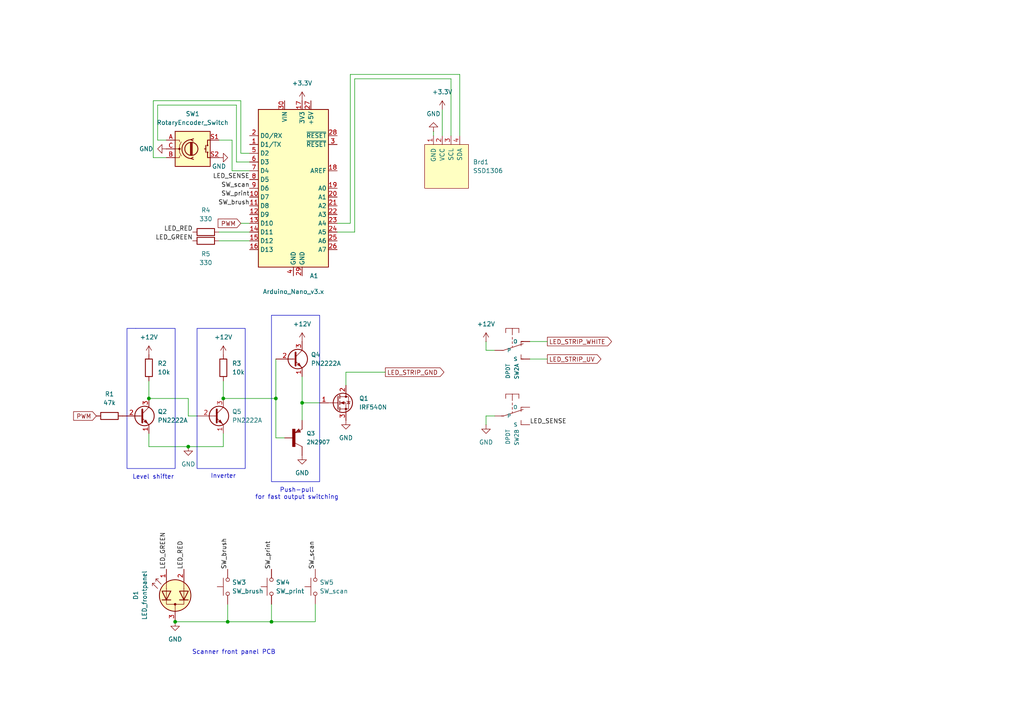
<source format=kicad_sch>
(kicad_sch (version 20231120) (generator "eeschema") (generator_version "8.0")
  (paper "A4")
  (title_block (title "Light box"))
  (lib_symbols
    (symbol "AdaFruit:2N2907" (pin_numbers hide) (pin_names (offset 1.016) hide)
      (property "Reference" "Q" (at -10.16 7.62 0))
      (property "Value" "2N2907" (at -10.16 5.08 0))
      (symbol "2N2907_1_0"
        (polyline (pts (xy 0.508 1.4732) (xy 2.0828 1.6764)))
        (polyline (pts (xy 0.762 1.651) (xy 1.778 1.778)))
        (polyline (pts (xy 1.143 1.905) (xy 1.524 1.905)))
        (polyline (pts (xy 1.524 2.159) (xy 1.143 1.905)))
        (polyline (pts (xy 1.524 2.413) (xy 0.762 1.651)))
        (polyline (pts (xy 1.5748 2.5908) (xy 0.508 1.4732)))
        (polyline (pts (xy 1.778 1.778) (xy 1.524 2.159)))
        (polyline (pts (xy 1.905 1.778) (xy 1.524 2.413)))
        (polyline (pts (xy 2.0828 1.6764) (xy 1.5748 2.5908)))
        (polyline (pts (xy 2.54 -2.54) (xy 0.508 -1.524)))
        (polyline (pts (xy 2.54 2.54) (xy 1.8034 2.1082)))
      )
      (symbol "2N2907_1_1"
        (rectangle (start -0.254 -2.54) (end 0.508 2.54) (fill (type outline)))
        (pin passive line (at -2.54 0 0) (length 2.54) (name "B") (number "B"))
        (pin passive line (at 2.54 -5.08 90) (length 2.54) (name "C") (number "C"))
        (pin passive line (at 2.54 5.08 270) (length 2.54) (name "E") (number "E"))
      )
    )
    (symbol "AdaFruit:DPDT" (pin_numbers hide) (pin_names (offset 1.016))
      (property "Reference" "SW" (at -9.144 -1.905 90))
      (property "Value" "DPDT" (at -6.604 2.54 90))
      (symbol "DPDT_1_0"
        (polyline (pts (xy -6.35 -1.905) (xy -5.08 -1.905)))
        (polyline (pts (xy -6.35 0) (xy -6.35 -1.905)))
        (polyline (pts (xy -6.35 0) (xy -4.445 0)))
        (polyline (pts (xy -6.35 1.905) (xy -6.35 0)))
        (polyline (pts (xy -6.35 1.905) (xy -5.08 1.905)))
        (polyline (pts (xy -3.175 0) (xy -3.81 0)))
        (polyline (pts (xy -2.54 2.54) (xy -2.54 3.175)))
        (polyline (pts (xy -2.54 2.54) (xy -1.27 2.54)))
        (polyline (pts (xy -1.905 0) (xy -2.54 0)))
        (polyline (pts (xy -0.889 0) (xy -1.27 0)))
        (polyline (pts (xy 0 -3.175) (xy 0 -2.54)))
        (polyline (pts (xy 0 -2.54) (xy -1.905 3.175)))
        (polyline (pts (xy 1.27 2.54) (xy 2.54 2.54)))
        (polyline (pts (xy 2.54 2.54) (xy 2.54 3.175)))
      )
      (symbol "DPDT_1_1"
        (pin passive line (at -2.54 5.08 270) (length 2.54) (name "O") (number "O1"))
        (pin passive line (at 0 -5.08 90) (length 2.54) (name "P") (number "P1"))
        (pin passive line (at 2.54 5.08 270) (length 2.54) (name "S") (number "S1"))
      )
      (symbol "DPDT_2_0"
        (polyline (pts (xy -6.35 -1.905) (xy -5.08 -1.905)))
        (polyline (pts (xy -6.35 0) (xy -6.35 -1.905)))
        (polyline (pts (xy -6.35 0) (xy -4.445 0)))
        (polyline (pts (xy -6.35 1.905) (xy -6.35 0)))
        (polyline (pts (xy -6.35 1.905) (xy -5.08 1.905)))
        (polyline (pts (xy -3.175 0) (xy -3.81 0)))
        (polyline (pts (xy -2.54 2.54) (xy -2.54 3.175)))
        (polyline (pts (xy -2.54 2.54) (xy -1.27 2.54)))
        (polyline (pts (xy -1.905 0) (xy -2.54 0)))
        (polyline (pts (xy -0.889 0) (xy -1.27 0)))
        (polyline (pts (xy 0 -3.175) (xy 0 -2.54)))
        (polyline (pts (xy 0 -2.54) (xy -1.905 3.175)))
        (polyline (pts (xy 1.27 2.54) (xy 2.54 2.54)))
        (polyline (pts (xy 2.54 2.54) (xy 2.54 3.175)))
      )
      (symbol "DPDT_2_1"
        (pin passive line (at -2.54 5.08 270) (length 2.54) (name "O") (number "O2"))
        (pin passive line (at 0 -5.08 90) (length 2.54) (name "P") (number "P2"))
        (pin passive line (at 2.54 5.08 270) (length 2.54) (name "S") (number "S2"))
      )
    )
    (symbol "Device:LED_Dual_AAK" (pin_names (offset 0) hide)
      (property "Reference" "D" (at 0 5.715 0))
      (property "Value" "LED_Dual_AAK" (at 0 -6.35 0))
      (symbol "LED_Dual_AAK_0_1"
        (circle (center -2.54 0) (radius 0.2794) (fill (type outline)))
        (polyline (pts (xy -4.572 0) (xy -2.54 0)))
        (polyline (pts (xy -1.27 -1.27) (xy -1.27 -3.81)) (stroke (width 0.254)))
        (polyline (pts (xy -1.27 1.27) (xy -1.27 3.81)) (stroke (width 0.254)))
        (polyline (pts (xy 3.81 -2.54) (xy 1.905 -2.54)))
        (polyline (pts (xy 3.81 2.54) (xy 1.905 2.54)))
        (polyline (pts (xy 1.27 -3.81) (xy 1.27 -1.27) (xy -1.27 -2.54) (xy 1.27 -3.81)) (stroke (width 0.254)))
        (polyline (pts (xy 1.27 1.27) (xy 1.27 3.81) (xy -1.27 2.54) (xy 1.27 1.27)) (stroke (width 0.254)))
        (polyline (pts (xy 2.032 2.54) (xy -2.54 2.54) (xy -2.54 -2.54) (xy 2.032 -2.54)))
        (polyline (pts (xy 2.032 5.08) (xy 3.556 6.604) (xy 2.794 6.604) (xy 3.556 6.604) (xy 3.556 5.842)))
        (polyline (pts (xy 3.302 4.064) (xy 4.826 5.588) (xy 4.064 5.588) (xy 4.826 5.588) (xy 4.826 4.826)))
        (circle (center 0 0) (radius 4.572) (stroke (width 0.254)) (fill (type background)))
      )
      (symbol "LED_Dual_AAK_1_1"
        (pin input line (at 7.62 2.54 180) (length 3.81) (name "A1") (number "1"))
        (pin input line (at 7.62 -2.54 180) (length 3.81) (name "A2") (number "2"))
        (pin input line (at -7.62 0 0) (length 3.048) (name "K") (number "3"))
      )
    )
    (symbol "Device:R" (pin_numbers hide) (pin_names (offset 0))
      (property "Reference" "R" (at 2.032 0 90))
      (property "Value" "R" (at 0 0 90))
      (symbol "R_0_1"
        (rectangle (start -1.016 -2.54) (end 1.016 2.54) (stroke (width 0.254)))
      )
      (symbol "R_1_1"
        (pin passive line (at 0 3.81 270) (length 1.27) (name "~") (number "1"))
        (pin passive line (at 0 -3.81 90) (length 1.27) (name "~") (number "2"))
      )
    )
    (symbol "Device:RotaryEncoder_Switch" (pin_names (offset 0.254) hide)
      (property "Reference" "SW" (at 0 6.604 0))
      (property "Value" "RotaryEncoder_Switch" (at 0 -6.604 0))
      (symbol "RotaryEncoder_Switch_0_1"
        (rectangle (start -5.08 5.08) (end 5.08 -5.08) (stroke (width 0.254)) (fill (type background)))
        (circle (center -3.81 0) (radius 0.254) (fill (type outline)))
        (circle (center -0.381 0) (radius 1.905) (stroke (width 0.254)))
        (arc (start -0.381 2.667) (mid -3.0988 -0.0635) (end -0.381 -2.794) (stroke (width 0.254)))
        (polyline (pts (xy -0.635 -1.778) (xy -0.635 1.778)) (stroke (width 0.254)))
        (polyline (pts (xy -0.381 -1.778) (xy -0.381 1.778)) (stroke (width 0.254)))
        (polyline (pts (xy -0.127 1.778) (xy -0.127 -1.778)) (stroke (width 0.254)))
        (polyline (pts (xy 3.81 0) (xy 3.429 0)) (stroke (width 0.254)))
        (polyline (pts (xy 3.81 1.016) (xy 3.81 -1.016)) (stroke (width 0.254)))
        (polyline (pts (xy -5.08 -2.54) (xy -3.81 -2.54) (xy -3.81 -2.032)))
        (polyline (pts (xy -5.08 2.54) (xy -3.81 2.54) (xy -3.81 2.032)))
        (polyline (pts (xy 0.254 -3.048) (xy -0.508 -2.794) (xy 0.127 -2.413)) (stroke (width 0.254)))
        (polyline (pts (xy 0.254 2.921) (xy -0.508 2.667) (xy 0.127 2.286)) (stroke (width 0.254)))
        (polyline (pts (xy 5.08 -2.54) (xy 4.318 -2.54) (xy 4.318 -1.016)) (stroke (width 0.254)))
        (polyline (pts (xy 5.08 2.54) (xy 4.318 2.54) (xy 4.318 1.016)) (stroke (width 0.254)))
        (polyline (pts (xy -5.08 0) (xy -3.81 0) (xy -3.81 -1.016) (xy -3.302 -2.032)))
        (polyline (pts (xy -4.318 0) (xy -3.81 0) (xy -3.81 1.016) (xy -3.302 2.032)))
        (circle (center 4.318 -1.016) (radius 0.127) (stroke (width 0.254)))
        (circle (center 4.318 1.016) (radius 0.127) (stroke (width 0.254)))
      )
      (symbol "RotaryEncoder_Switch_1_1"
        (pin passive line (at -7.62 2.54 0) (length 2.54) (name "A") (number "A"))
        (pin passive line (at -7.62 -2.54 0) (length 2.54) (name "B") (number "B"))
        (pin passive line (at -7.62 0 0) (length 2.54) (name "C") (number "C"))
        (pin passive line (at 7.62 2.54 180) (length 2.54) (name "S1") (number "S1"))
        (pin passive line (at 7.62 -2.54 180) (length 2.54) (name "S2") (number "S2"))
      )
    )
    (symbol "MCU_Module:Arduino_Nano_v3.x"
      (property "Reference" "A" (at -10.16 23.495 0))
      (property "Value" "Arduino_Nano_v3.x" (at 5.08 -24.13 0))
      (symbol "Arduino_Nano_v3.x_0_1"
        (rectangle (start -10.16 22.86) (end 10.16 -22.86) (stroke (width 0.254)) (fill (type background)))
      )
      (symbol "Arduino_Nano_v3.x_1_1"
        (pin bidirectional line (at -12.7 12.7 0) (length 2.54) (name "D1/TX") (number "1"))
        (pin bidirectional line (at -12.7 -2.54 0) (length 2.54) (name "D7") (number "10"))
        (pin bidirectional line (at -12.7 -5.08 0) (length 2.54) (name "D8") (number "11"))
        (pin bidirectional line (at -12.7 -7.62 0) (length 2.54) (name "D9") (number "12"))
        (pin bidirectional line (at -12.7 -10.16 0) (length 2.54) (name "D10") (number "13"))
        (pin bidirectional line (at -12.7 -12.7 0) (length 2.54) (name "D11") (number "14"))
        (pin bidirectional line (at -12.7 -15.24 0) (length 2.54) (name "D12") (number "15"))
        (pin bidirectional line (at -12.7 -17.78 0) (length 2.54) (name "D13") (number "16"))
        (pin power_out line (at 2.54 25.4 270) (length 2.54) (name "3V3") (number "17"))
        (pin input line (at 12.7 5.08 180) (length 2.54) (name "AREF") (number "18"))
        (pin bidirectional line (at 12.7 0 180) (length 2.54) (name "A0") (number "19"))
        (pin bidirectional line (at -12.7 15.24 0) (length 2.54) (name "D0/RX") (number "2"))
        (pin bidirectional line (at 12.7 -2.54 180) (length 2.54) (name "A1") (number "20"))
        (pin bidirectional line (at 12.7 -5.08 180) (length 2.54) (name "A2") (number "21"))
        (pin bidirectional line (at 12.7 -7.62 180) (length 2.54) (name "A3") (number "22"))
        (pin bidirectional line (at 12.7 -10.16 180) (length 2.54) (name "A4") (number "23"))
        (pin bidirectional line (at 12.7 -12.7 180) (length 2.54) (name "A5") (number "24"))
        (pin bidirectional line (at 12.7 -15.24 180) (length 2.54) (name "A6") (number "25"))
        (pin bidirectional line (at 12.7 -17.78 180) (length 2.54) (name "A7") (number "26"))
        (pin power_out line (at 5.08 25.4 270) (length 2.54) (name "+5V") (number "27"))
        (pin input line (at 12.7 15.24 180) (length 2.54) (name "~{RESET}") (number "28"))
        (pin power_in line (at 2.54 -25.4 90) (length 2.54) (name "GND") (number "29"))
        (pin input line (at 12.7 12.7 180) (length 2.54) (name "~{RESET}") (number "3"))
        (pin power_in line (at -2.54 25.4 270) (length 2.54) (name "VIN") (number "30"))
        (pin power_in line (at 0 -25.4 90) (length 2.54) (name "GND") (number "4"))
        (pin bidirectional line (at -12.7 10.16 0) (length 2.54) (name "D2") (number "5"))
        (pin bidirectional line (at -12.7 7.62 0) (length 2.54) (name "D3") (number "6"))
        (pin bidirectional line (at -12.7 5.08 0) (length 2.54) (name "D4") (number "7"))
        (pin bidirectional line (at -12.7 2.54 0) (length 2.54) (name "D5") (number "8"))
        (pin bidirectional line (at -12.7 0 0) (length 2.54) (name "D6") (number "9"))
      )
    )
    (symbol "SSD1306:SSD1306" (pin_names (offset 1.016))
      (property "Reference" "Brd" (at 0 -3.81 0))
      (property "Value" "SSD1306" (at 0 -1.27 0))
      (symbol "SSD1306_0_1"
        (rectangle (start -6.35 6.35) (end 6.35 -6.35) (fill (type background)))
      )
      (symbol "SSD1306_1_1"
        (pin input line (at -3.81 8.89 270) (length 2.54) (name "GND") (number "1"))
        (pin input line (at -1.27 8.89 270) (length 2.54) (name "VCC") (number "2"))
        (pin input line (at 1.27 8.89 270) (length 2.54) (name "SCL") (number "3"))
        (pin input line (at 3.81 8.89 270) (length 2.54) (name "SDA") (number "4"))
      )
    )
    (symbol "Switch:SW_Push" (pin_numbers hide) (pin_names (offset 1.016) hide)
      (property "Reference" "SW" (at 1.27 2.54 0))
      (property "Value" "SW_Push" (at 0 -1.524 0))
      (symbol "SW_Push_0_1"
        (circle (center -2.032 0) (radius 0.508))
        (polyline (pts (xy 0 1.27) (xy 0 3.048)))
        (polyline (pts (xy 2.54 1.27) (xy -2.54 1.27)))
        (circle (center 2.032 0) (radius 0.508))
        (pin passive line (at -5.08 0 0) (length 2.54) (name "1") (number "1"))
        (pin passive line (at 5.08 0 180) (length 2.54) (name "2") (number "2"))
      )
    )
    (symbol "Transistor_BJT:PN2222A" (pin_names (offset 0) hide)
      (property "Reference" "Q" (at 5.08 1.905 0))
      (property "Value" "PN2222A" (at 5.08 0 0))
      (symbol "PN2222A_0_1"
        (polyline (pts (xy 0 0) (xy 0.635 0)))
        (polyline (pts (xy 2.54 -2.54) (xy 0.635 -0.635)))
        (polyline (pts (xy 2.54 2.54) (xy 0.635 0.635)))
        (polyline (pts (xy 0.635 1.905) (xy 0.635 -1.905) (xy 0.635 -1.905)) (stroke (width 0.508)))
        (polyline (pts (xy 2.413 -2.413) (xy 1.905 -1.905) (xy 1.905 -1.905)))
        (polyline (pts (xy 1.143 -1.651) (xy 1.651 -1.143) (xy 2.159 -2.159) (xy 1.143 -1.651) (xy 1.143 -1.651)) (fill (type outline)))
        (circle (center 1.27 0) (radius 2.8194) (stroke (width 0.254)))
      )
      (symbol "PN2222A_1_1"
        (pin passive line (at 2.54 -5.08 90) (length 2.54) (name "E") (number "1"))
        (pin input line (at -5.08 0 0) (length 5.08) (name "B") (number "2"))
        (pin passive line (at 2.54 5.08 270) (length 2.54) (name "C") (number "3"))
      )
    )
    (symbol "Transistor_FET:IRF540N" (pin_names hide)
      (property "Reference" "Q" (at 5.08 1.905 0))
      (property "Value" "IRF540N" (at 5.08 0 0))
      (symbol "IRF540N_0_1"
        (polyline (pts (xy 0.254 0) (xy -2.54 0)))
        (polyline (pts (xy 0.254 1.905) (xy 0.254 -1.905)) (stroke (width 0.254)))
        (polyline (pts (xy 0.762 -1.27) (xy 0.762 -2.286)) (stroke (width 0.254)))
        (polyline (pts (xy 0.762 0.508) (xy 0.762 -0.508)) (stroke (width 0.254)))
        (polyline (pts (xy 0.762 2.286) (xy 0.762 1.27)) (stroke (width 0.254)))
        (polyline (pts (xy 2.54 2.54) (xy 2.54 1.778)))
        (polyline (pts (xy 2.54 -2.54) (xy 2.54 0) (xy 0.762 0)))
        (polyline (pts (xy 0.762 -1.778) (xy 3.302 -1.778) (xy 3.302 1.778) (xy 0.762 1.778)))
        (polyline (pts (xy 1.016 0) (xy 2.032 0.381) (xy 2.032 -0.381) (xy 1.016 0)) (fill (type outline)))
        (polyline (pts (xy 2.794 0.508) (xy 2.921 0.381) (xy 3.683 0.381) (xy 3.81 0.254)))
        (polyline (pts (xy 3.302 0.381) (xy 2.921 -0.254) (xy 3.683 -0.254) (xy 3.302 0.381)))
        (circle (center 1.651 0) (radius 2.794) (stroke (width 0.254)))
        (circle (center 2.54 -1.778) (radius 0.254) (fill (type outline)))
        (circle (center 2.54 1.778) (radius 0.254) (fill (type outline)))
      )
      (symbol "IRF540N_1_1"
        (pin input line (at -5.08 0 0) (length 2.54) (name "G") (number "1"))
        (pin passive line (at 2.54 5.08 270) (length 2.54) (name "D") (number "2"))
        (pin passive line (at 2.54 -5.08 90) (length 2.54) (name "S") (number "3"))
      )
    )
    (symbol "power:+12V" (power) (pin_numbers hide) (pin_names (offset 0) hide)
      (property "Value" "+12V" (at 0 3.556 0))
      (symbol "+12V_0_1"
        (polyline (pts (xy -0.762 1.27) (xy 0 2.54)))
        (polyline (pts (xy 0 0) (xy 0 2.54)))
        (polyline (pts (xy 0 2.54) (xy 0.762 1.27)))
      )
      (symbol "+12V_1_1"
        (pin power_in line (at 0 0 90) (length 0) (name "~") (number "1"))
      )
    )
    (symbol "power:+3.3V" (power) (pin_numbers hide) (pin_names (offset 0) hide)
      (property "Value" "+3.3V" (at 0 3.556 0))
      (symbol "+3.3V_0_1"
        (polyline (pts (xy -0.762 1.27) (xy 0 2.54)))
        (polyline (pts (xy 0 0) (xy 0 2.54)))
        (polyline (pts (xy 0 2.54) (xy 0.762 1.27)))
      )
      (symbol "+3.3V_1_1"
        (pin power_in line (at 0 0 90) (length 0) (name "~") (number "1"))
      )
    )
    (symbol "power:GND" (power) (pin_numbers hide) (pin_names (offset 0) hide)
      (property "Value" "GND" (at 0 -3.81 0))
      (symbol "GND_0_1"
        (polyline (pts (xy 0 0) (xy 0 -1.27) (xy 1.27 -1.27) (xy 0 -2.54) (xy -1.27 -1.27) (xy 0 -1.27)))
      )
      (symbol "GND_1_1"
        (pin power_in line (at 0 0 270) (length 0) (name "~") (number "1"))
      )
    )
  )
  (junction (at 64.77 115.57))
  (junction (at 66.04 180.34))
  (junction (at 78.74 180.34))
  (junction (at 43.18 115.57))
  (junction (at 80.01 115.57))
  (junction (at 50.8 180.34))
  (junction (at 87.63 116.84))
  (junction (at 54.61 129.54))
  (wire (pts (xy 102.87 67.31) (xy 102.87 22.86)))
  (wire (pts (xy 140.97 101.6) (xy 143.51 101.6)))
  (wire (pts (xy 101.6 64.77) (xy 101.6 21.59)))
  (wire (pts (xy 43.18 125.73) (xy 43.18 129.54)))
  (wire (pts (xy 64.77 115.57) (xy 80.01 115.57)))
  (wire (pts (xy 48.26 45.72) (xy 44.45 45.72)))
  (wire (pts (xy 80.01 104.14) (xy 80.01 115.57)))
  (wire (pts (xy 111.76 107.95) (xy 100.33 107.95)))
  (wire (pts (xy 153.67 99.06) (xy 158.75 99.06)))
  (wire (pts (xy 66.04 180.34) (xy 78.74 180.34)))
  (wire (pts (xy 125.73 39.37) (xy 125.73 38.1)))
  (wire (pts (xy 64.77 129.54) (xy 64.77 125.73)))
  (wire (pts (xy 43.18 129.54) (xy 54.61 129.54)))
  (wire (pts (xy 97.79 64.77) (xy 101.6 64.77)))
  (wire (pts (xy 44.45 45.72) (xy 44.45 29.21)))
  (wire (pts (xy 50.8 180.34) (xy 66.04 180.34)))
  (wire (pts (xy 54.61 129.54) (xy 64.77 129.54)))
  (wire (pts (xy 67.31 49.53) (xy 72.39 49.53)))
  (wire (pts (xy 102.87 22.86) (xy 130.81 22.86)))
  (wire (pts (xy 54.61 120.65) (xy 57.15 120.65)))
  (wire (pts (xy 68.58 30.48) (xy 68.58 46.99)))
  (wire (pts (xy 153.67 104.14) (xy 158.75 104.14)))
  (wire (pts (xy 130.81 22.86) (xy 130.81 39.37)))
  (wire (pts (xy 64.77 110.49) (xy 64.77 115.57)))
  (wire (pts (xy 63.5 67.31) (xy 72.39 67.31)))
  (wire (pts (xy 87.63 109.22) (xy 87.63 116.84)))
  (wire (pts (xy 54.61 120.65) (xy 54.61 115.57)))
  (wire (pts (xy 43.18 110.49) (xy 43.18 115.57)))
  (wire (pts (xy 78.74 175.26) (xy 78.74 180.34)))
  (wire (pts (xy 66.04 175.26) (xy 66.04 180.34)))
  (wire (pts (xy 91.44 175.26) (xy 91.44 180.34)))
  (wire (pts (xy 45.72 40.64) (xy 45.72 30.48)))
  (wire (pts (xy 68.58 46.99) (xy 72.39 46.99)))
  (wire (pts (xy 63.5 69.85) (xy 72.39 69.85)))
  (wire (pts (xy 128.27 31.75) (xy 128.27 39.37)))
  (wire (pts (xy 91.44 180.34) (xy 78.74 180.34)))
  (wire (pts (xy 143.51 120.65) (xy 140.97 120.65)))
  (wire (pts (xy 43.18 115.57) (xy 54.61 115.57)))
  (wire (pts (xy 63.5 40.64) (xy 67.31 40.64)))
  (wire (pts (xy 140.97 120.65) (xy 140.97 123.19)))
  (wire (pts (xy 80.01 115.57) (xy 80.01 127)))
  (wire (pts (xy 69.85 29.21) (xy 69.85 44.45)))
  (wire (pts (xy 45.72 30.48) (xy 68.58 30.48)))
  (wire (pts (xy 97.79 67.31) (xy 102.87 67.31)))
  (wire (pts (xy 69.85 64.77) (xy 72.39 64.77)))
  (wire (pts (xy 80.01 127) (xy 82.55 127)))
  (wire (pts (xy 44.45 29.21) (xy 69.85 29.21)))
  (wire (pts (xy 87.63 116.84) (xy 92.71 116.84)))
  (wire (pts (xy 100.33 107.95) (xy 100.33 111.76)))
  (wire (pts (xy 101.6 21.59) (xy 133.35 21.59)))
  (wire (pts (xy 67.31 40.64) (xy 67.31 49.53)))
  (wire (pts (xy 133.35 21.59) (xy 133.35 39.37)))
  (wire (pts (xy 140.97 99.06) (xy 140.97 101.6)))
  (wire (pts (xy 69.85 44.45) (xy 72.39 44.45)))
  (wire (pts (xy 87.63 116.84) (xy 87.63 121.92)))
  (wire (pts (xy 48.26 40.64) (xy 45.72 40.64)))
  (rectangle (start 78.74 91.44) (end 92.71 139.7))
  (rectangle (start 57.15 95.25) (end 71.12 135.89))
  (rectangle (start 36.83 95.25) (end 50.8 135.89))
  (rectangle (start 39.37 95.25) (end 39.37 95.25))
  (text "Level shifter" (exclude_from_sim yes) (at 44.45 138.43 0) (effects (font (size 1.27 1.27))))
  (text "Scanner front panel PCB" (at 67.818 189.23 0) (effects (font (size 1.27 1.27))))
  (text "Inverter" (exclude_from_sim yes) (at 64.77 138.176 0) (effects (font (size 1.27 1.27))))
  (text "Push-pull\nfor fast output switching" (exclude_from_sim yes) (at 86.106 143.256 0) (effects (font (size 1.27 1.27))))
  (label "LED_SENSE" (at 153.67 123.19 0))
  (label "LED_GREEN" (at 55.88 69.85 180))
  (label "SW_print" (at 72.39 57.15 180))
  (label "LED_SENSE" (at 72.39 52.07 180))
  (label "LED_GREEN" (at 48.26 165.1 90))
  (label "SW_brush" (at 72.39 59.69 180))
  (label "SW_brush" (at 66.04 165.1 90))
  (label "SW_print" (at 78.74 165.1 90))
  (label "LED_RED" (at 53.34 165.1 90))
  (label "LED_RED" (at 55.88 67.31 180))
  (label "SW_scan" (at 91.44 165.1 90))
  (label "SW_scan" (at 72.39 54.61 180))
  (global_label "LED_STRIP_UV" (shape output) (at 158.75 104.14 0) (property "Intersheetrefs" "${INTERSHEET_REFS}" (effects (hide yes))))
  (global_label "LED_STRIP_WHITE" (shape output) (at 158.75 99.06 0) (property "Intersheetrefs" "${INTERSHEET_REFS}" (effects (hide yes))))
  (global_label "LED_STRIP_GND" (shape output) (at 111.76 107.95 0) (property "Intersheetrefs" "${INTERSHEET_REFS}" (effects (hide yes))))
  (global_label "PWM" (shape input) (at 27.94 120.65 180) (property "Intersheetrefs" "${INTERSHEET_REFS}" (effects (hide yes))))
  (global_label "PWM" (shape input) (at 69.85 64.77 180) (property "Intersheetrefs" "${INTERSHEET_REFS}" (effects (hide yes))))
  (symbol (lib_id "MCU_Module:Arduino_Nano_v3.x") (at 85.09 54.61 0) (unit 1)
    (property "Reference" "A1" (at 89.8241 80.01 0) (effects (justify left)))
    (property "Value" "Arduino_Nano_v3.x" (at 76.2 84.582 0) (effects (justify left)))
    (property "Footprint" "Module:Arduino_Nano" (effects (hide yes)))
    (property "Datasheet" "http://www.mouser.com/pdfdocs/Gravitech_Arduino_Nano3_0.pdf" (effects (hide yes)))
  )
  (symbol (lib_id "power:+12V") (at 43.18 102.87 0) (unit 1)
    (property "Reference" "#PWR05" (effects (hide yes)))
    (property "Value" "+12V" (at 43.18 97.79 0))
    (property "Description" "Power symbol creates a global label with name \"+12V\"" (effects (hide yes)))
  )
  (symbol (lib_id "Device:LED_Dual_AAK") (at 50.8 172.72 90) (unit 1)
    (property "Reference" "D1" (at 39.37 172.6565 0))
    (property "Value" "LED_frontpanel" (at 41.91 172.6565 0))
    (property "Description" "Dual LED, common cathode on pin 3" (effects (hide yes)))
  )
  (symbol (lib_id "power:GND") (at 100.33 121.92 0) (unit 1)
    (property "Reference" "#PWR03" (effects (hide yes)))
    (property "Value" "GND" (at 100.33 127 0))
    (property "Description" "Power symbol creates a global label with name \"GND\" , ground" (effects (hide yes)))
  )
  (symbol (lib_id "Transistor_FET:IRF540N") (at 97.79 116.84 0) (unit 1)
    (property "Reference" "Q1" (at 104.14 115.57 0) (effects (justify left)))
    (property "Value" "IRF540N" (at 104.14 118.11 0) (effects (justify left)))
    (property "Footprint" "Package_TO_SOT_THT:TO-220-3_Vertical" (effects (hide yes)))
    (property "Datasheet" "http://www.irf.com/product-info/datasheets/data/irf540n.pdf" (effects (hide yes)))
  )
  (symbol (lib_id "power:GND") (at 50.8 180.34 0) (unit 1)
    (property "Reference" "#PWR011" (effects (hide yes)))
    (property "Value" "GND" (at 50.8 185.42 0))
    (property "Description" "Power symbol creates a global label with name \"GND\" , ground" (effects (hide yes)))
  )
  (symbol (lib_id "Switch:SW_Push") (at 78.74 170.18 90) (unit 1)
    (property "Reference" "SW4" (at 80.01 168.9099 90) (effects (justify right)))
    (property "Value" "SW_print" (at 80.01 171.4499 90) (effects (justify right)))
    (property "Description" "Push button switch, generic, two pins" (effects (hide yes)))
  )
  (symbol (lib_id "power:+12V") (at 87.63 99.06 0) (unit 1)
    (property "Reference" "#PWR06" (effects (hide yes)))
    (property "Value" "+12V" (at 87.63 93.98 0))
    (property "Description" "Power symbol creates a global label with name \"+12V\"" (effects (hide yes)))
  )
  (symbol (lib_id "power:GND") (at 125.73 38.1 180) (unit 1)
    (property "Reference" "#PWR012" (effects (hide yes)))
    (property "Value" "GND" (at 125.73 33.02 0))
    (property "Description" "Power symbol creates a global label with name \"GND\" , ground" (effects (hide yes)))
  )
  (symbol (lib_id "Switch:SW_Push") (at 66.04 170.18 90) (unit 1)
    (property "Reference" "SW3" (at 67.31 168.9099 90) (effects (justify right)))
    (property "Value" "SW_brush" (at 67.31 171.4499 90) (effects (justify right)))
    (property "Description" "Push button switch, generic, two pins" (effects (hide yes)))
  )
  (symbol (lib_id "Device:RotaryEncoder_Switch") (at 55.88 43.18 0) (unit 1)
    (property "Reference" "SW1" (at 55.88 33.02 0))
    (property "Value" "RotaryEncoder_Switch" (at 55.88 35.56 0))
    (property "Description" "Rotary encoder, dual channel, incremental quadrate outputs, with switch" (effects (hide yes)))
  )
  (symbol (lib_id "power:GND") (at 87.63 132.08 0) (unit 1)
    (property "Reference" "#PWR02" (effects (hide yes)))
    (property "Value" "GND" (at 87.63 137.16 0))
    (property "Description" "Power symbol creates a global label with name \"GND\" , ground" (effects (hide yes)))
  )
  (symbol (lib_id "power:+3.3V") (at 128.27 31.75 0) (unit 1)
    (property "Reference" "#PWR013" (effects (hide yes)))
    (property "Value" "+3.3V" (at 128.27 26.67 0))
    (property "Description" "Power symbol creates a global label with name \"+3.3V\"" (effects (hide yes)))
  )
  (symbol (lib_id "Switch:SW_Push") (at 91.44 170.18 90) (unit 1)
    (property "Reference" "SW5" (at 92.71 168.9099 90) (effects (justify right)))
    (property "Value" "SW_scan" (at 92.71 171.4499 90) (effects (justify right)))
    (property "Description" "Push button switch, generic, two pins" (effects (hide yes)))
  )
  (symbol (lib_id "AdaFruit:DPDT") (at 148.59 101.6 270) (unit 1)
    (property "Reference" "SW2" (at 149.86 105.41 0) (effects (font (size 1.143 1.143)) (justify left)))
    (property "Value" "DPDT" (at 147.32 105.41 0) (effects (font (size 1.143 1.143)) (justify left)))
  )
  (symbol (lib_id "power:GND") (at 140.97 123.19 0) (unit 1)
    (property "Reference" "#PWR08" (effects (hide yes)))
    (property "Value" "GND" (at 140.97 128.27 0))
    (property "Description" "Power symbol creates a global label with name \"GND\" , ground" (effects (hide yes)))
  )
  (symbol (lib_id "Transistor_BJT:PN2222A") (at 62.23 120.65 0) (unit 1)
    (property "Reference" "Q5" (at 67.31 119.38 0) (effects (justify left)))
    (property "Value" "PN2222A" (at 67.31 121.92 0) (effects (justify left)))
    (property "Footprint" "Package_TO_SOT_THT:TO-92_Inline" (effects (hide yes)))
    (property "Datasheet" "https://www.onsemi.com/pub/Collateral/PN2222-D.PDF" (effects (hide yes)))
  )
  (symbol (lib_id "AdaFruit:DPDT") (at 148.59 120.65 270) (unit 2)
    (property "Reference" "SW2" (at 149.86 124.46 0) (effects (font (size 1.143 1.143)) (justify left)))
    (property "Value" "DPDT" (at 147.32 124.46 0) (effects (font (size 1.143 1.143)) (justify left)))
  )
  (symbol (lib_id "power:+12V") (at 140.97 99.06 0) (unit 1)
    (property "Reference" "#PWR07" (effects (hide yes)))
    (property "Value" "+12V" (at 140.97 93.98 0))
    (property "Description" "Power symbol creates a global label with name \"+12V\"" (effects (hide yes)))
  )
  (symbol (lib_id "Transistor_BJT:PN2222A") (at 40.64 120.65 0) (unit 1)
    (property "Reference" "Q2" (at 45.72 119.38 0) (effects (justify left)))
    (property "Value" "PN2222A" (at 45.72 121.92 0) (effects (justify left)))
    (property "Footprint" "Package_TO_SOT_THT:TO-92_Inline" (effects (hide yes)))
    (property "Datasheet" "https://www.onsemi.com/pub/Collateral/PN2222-D.PDF" (effects (hide yes)))
  )
  (symbol (lib_id "power:GND") (at 54.61 129.54 0) (unit 1)
    (property "Reference" "#PWR01" (effects (hide yes)))
    (property "Value" "GND" (at 54.61 134.62 0))
    (property "Description" "Power symbol creates a global label with name \"GND\" , ground" (effects (hide yes)))
  )
  (symbol (lib_id "SSD1306:SSD1306") (at 129.54 48.26 0) (unit 1)
    (property "Reference" "Brd1" (at 137.16 46.9899 0) (effects (justify left)))
    (property "Value" "SSD1306" (at 137.16 49.5299 0) (effects (justify left)))
    (property "Description" "SSD1306 OLED" (effects (hide yes)))
  )
  (symbol (lib_id "AdaFruit:2N2907") (at 85.09 127 0) (unit 1)
    (property "Reference" "Q3" (at 88.9 125.7046 0) (effects (font (size 1.143 1.143)) (justify left)))
    (property "Value" "2N2907" (at 88.9 128.2446 0) (effects (font (size 1.143 1.143)) (justify left)))
  )
  (symbol (lib_id "Transistor_BJT:PN2222A") (at 85.09 104.14 0) (unit 1)
    (property "Reference" "Q4" (at 90.17 102.87 0) (effects (justify left)))
    (property "Value" "PN2222A" (at 90.17 105.41 0) (effects (justify left)))
    (property "Footprint" "Package_TO_SOT_THT:TO-92_Inline" (effects (hide yes)))
    (property "Datasheet" "https://www.onsemi.com/pub/Collateral/PN2222-D.PDF" (effects (hide yes)))
  )
  (symbol (lib_id "Device:R") (at 31.75 120.65 90) (unit 1)
    (property "Reference" "R1" (at 31.75 114.3 90))
    (property "Value" "47k" (at 31.75 116.84 90))
    (property "Description" "Resistor" (effects (hide yes)))
  )
  (symbol (lib_id "Device:R") (at 59.69 69.85 90) (unit 1)
    (property "Reference" "R5" (at 59.69 73.66 90))
    (property "Value" "330" (at 59.69 76.2 90))
    (property "Description" "Resistor" (effects (hide yes)))
  )
  (symbol (lib_id "Device:R") (at 59.69 67.31 90) (unit 1)
    (property "Reference" "R4" (at 59.69 60.96 90))
    (property "Value" "330" (at 59.69 63.5 90))
    (property "Description" "Resistor" (effects (hide yes)))
  )
  (symbol (lib_id "Device:R") (at 43.18 106.68 0) (unit 1)
    (property "Reference" "R2" (at 45.72 105.4099 0) (effects (justify left)))
    (property "Value" "10k" (at 45.72 107.9499 0) (effects (justify left)))
    (property "Description" "Resistor" (effects (hide yes)))
  )
  (symbol (lib_id "power:GND") (at 63.5 45.72 90) (unit 1)
    (property "Reference" "#PWR010" (effects (hide yes)))
    (property "Value" "GND" (at 61.468 48.26 90) (effects (justify right)))
    (property "Description" "Power symbol creates a global label with name \"GND\" , ground" (effects (hide yes)))
  )
  (symbol (lib_id "Device:R") (at 64.77 106.68 0) (unit 1)
    (property "Reference" "R3" (at 67.31 105.4099 0) (effects (justify left)))
    (property "Value" "10k" (at 67.31 107.9499 0) (effects (justify left)))
    (property "Description" "Resistor" (effects (hide yes)))
  )
  (symbol (lib_id "power:GND") (at 48.26 43.18 270) (unit 1)
    (property "Reference" "#PWR09" (effects (hide yes)))
    (property "Value" "GND" (at 44.45 43.1799 90) (effects (justify right)))
    (property "Description" "Power symbol creates a global label with name \"GND\" , ground" (effects (hide yes)))
  )
  (symbol (lib_id "power:+12V") (at 64.77 102.87 0) (unit 1)
    (property "Reference" "#PWR04" (effects (hide yes)))
    (property "Value" "+12V" (at 64.77 97.79 0))
    (property "Description" "Power symbol creates a global label with name \"+12V\"" (effects (hide yes)))
  )
  (symbol (lib_id "power:+3.3V") (at 87.63 29.21 0) (unit 1)
    (property "Reference" "#PWR014" (effects (hide yes)))
    (property "Value" "+3.3V" (at 87.63 24.13 0))
    (property "Description" "Power symbol creates a global label with name \"+3.3V\"" (effects (hide yes)))
  )
)
</source>
